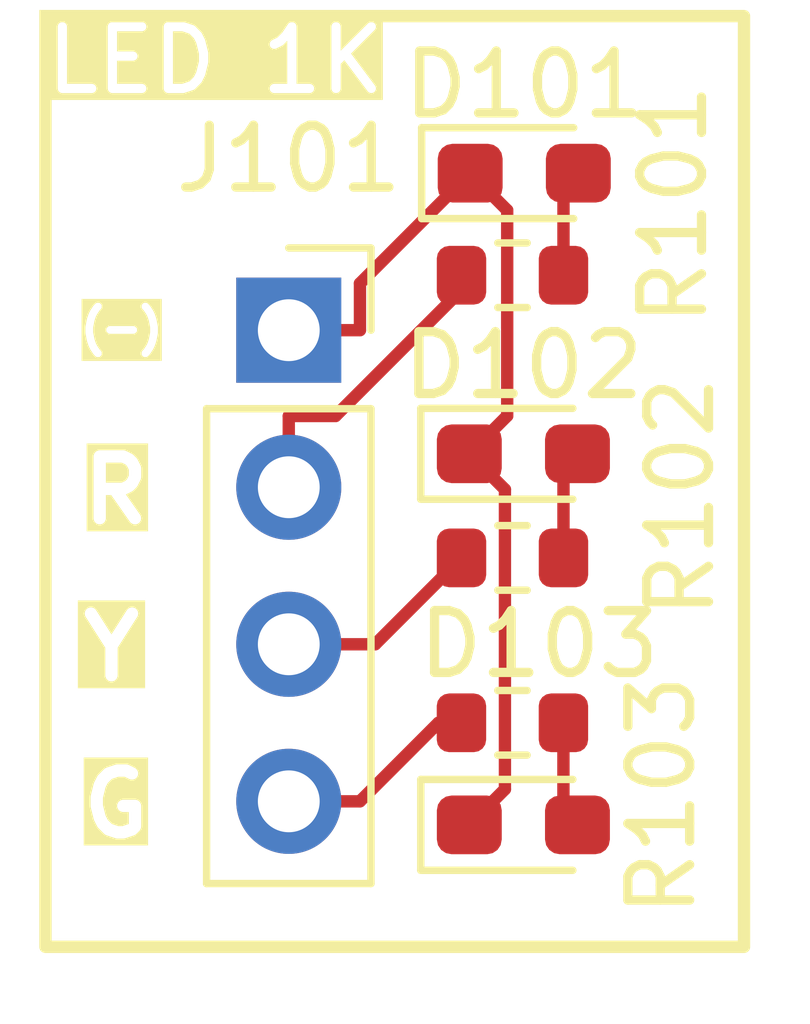
<source format=kicad_pcb>
(kicad_pcb (version 20240108) (generator "pcbnew") (generator_version "8.0")
  (layers (0 "F.Cu" signal) (31 "B.Cu" signal) (34 "B.Paste" user) (35 "F.Paste" user) (36 "B.SilkS" user "B.Silkscreen") (37 "F.SilkS" user "F.Silkscreen") (38 "B.Mask" user) (39 "F.Mask" user) (44 "Edge.Cuts" user))
  (net 0 "")
  (net 1 "Net-(D101-A)")
  (net 2 "/GND")
  (net 3 "Net-(D102-A)")
  (net 4 "Net-(D103-A)")
  (net 5 "/LED1")
  (net 6 "/LED2")
  (net 7 "/LED3")
  (footprint "Resistor_SMD:R_0603_1608Metric" (layer "F.Cu") (at 127.445 85.979)
    (property "Reference" "R102" (at 2.717 -0.983 90) (layer "F.SilkS"))
    (property "Value" "1k")
    (fp_line (start -0.237258 -0.5225) (end 0.237258 -0.5225) (stroke (width 0.12)) (layer "F.SilkS"))
    (fp_line (start -0.237258 0.5225) (end 0.237258 0.5225) (stroke (width 0.12)) (layer "F.SilkS"))
    (pad "1" smd roundrect (at -0.825 0) (size 0.8 0.95) (layers "F.Cu" "F.Paste" "F.Mask") (net 6 "/LED2"))
    (pad "2" smd roundrect (at 0.825 0) (size 0.8 0.95) (layers "F.Cu" "F.Paste" "F.Mask") (net 3 "Net-(D102-A)"))
  )
  (footprint "Resistor_SMD:R_0603_1608Metric" (layer "F.Cu") (at 127.444 88.646)
    (property "Reference" "R103" (at 2.413 1.176 90) (layer "F.SilkS"))
    (property "Value" "1k")
    (fp_line (start -0.237258 -0.5225) (end 0.237258 -0.5225) (stroke (width 0.12)) (layer "F.SilkS"))
    (fp_line (start -0.237258 0.5225) (end 0.237258 0.5225) (stroke (width 0.12)) (layer "F.SilkS"))
    (pad "1" smd roundrect (at -0.825 0) (size 0.8 0.95) (layers "F.Cu" "F.Paste" "F.Mask") (net 7 "/LED3"))
    (pad "2" smd roundrect (at 0.825 0) (size 0.8 0.95) (layers "F.Cu" "F.Paste" "F.Mask") (net 4 "Net-(D103-A)"))
  )
  (footprint "Connector_PinSocket_2.54mm:PinSocket_1x04_P2.54mm_Vertical" (layer "F.Cu") (at 123.825 82.296)
    (property "Reference" "J101" (at 0 -2.77 0) (layer "F.SilkS"))
    (property "Value" "Conn_01x04")
    (fp_line (start -1.33 1.27) (end -1.33 8.95) (stroke (width 0.12)) (layer "F.SilkS"))
    (fp_line (start -1.33 1.27) (end 1.33 1.27) (stroke (width 0.12)) (layer "F.SilkS"))
    (fp_line (start -1.33 8.95) (end 1.33 8.95) (stroke (width 0.12)) (layer "F.SilkS"))
    (fp_line (start 0 -1.33) (end 1.33 -1.33) (stroke (width 0.12)) (layer "F.SilkS"))
    (fp_line (start 1.33 -1.33) (end 1.33 0) (stroke (width 0.12)) (layer "F.SilkS"))
    (fp_line (start 1.33 1.27) (end 1.33 8.95) (stroke (width 0.12)) (layer "F.SilkS"))
    (pad "1" thru_hole rect (at 0 0) (size 1.7 1.7) (drill 1) (layers "*.Cu" "*.Mask") (net 2 "/GND"))
    (pad "2" thru_hole oval (at 0 2.54) (size 1.7 1.7) (drill 1) (layers "*.Cu" "*.Mask") (net 5 "/LED1"))
    (pad "3" thru_hole oval (at 0 5.08) (size 1.7 1.7) (drill 1) (layers "*.Cu" "*.Mask") (net 6 "/LED2"))
    (pad "4" thru_hole oval (at 0 7.62) (size 1.7 1.7) (drill 1) (layers "*.Cu" "*.Mask") (net 7 "/LED3"))
  )
  (footprint "LED_SMD:LED_0603_1608Metric_Pad1.05x0.95mm_HandSolder" (layer "F.Cu") (at 127.621 84.295)
    (property "Reference" "D102" (at 0 -1.43 0) (layer "F.SilkS"))
    (property "Value" "LED_YELLOW")
    (fp_line (start -1.66 -0.735) (end -1.66 0.735) (stroke (width 0.12)) (layer "F.SilkS"))
    (fp_line (start -1.66 0.735) (end 0.8 0.735) (stroke (width 0.12)) (layer "F.SilkS"))
    (fp_line (start 0.8 -0.735) (end -1.66 -0.735) (stroke (width 0.12)) (layer "F.SilkS"))
    (pad "1" smd roundrect (at -0.875 0) (size 1.05 0.95) (layers "F.Cu" "F.Paste" "F.Mask") (net 2 "/GND"))
    (pad "2" smd roundrect (at 0.875 0) (size 1.05 0.95) (layers "F.Cu" "F.Paste" "F.Mask") (net 3 "Net-(D102-A)"))
  )
  (footprint "LED_SMD:LED_0603_1608Metric_Pad1.05x0.95mm_HandSolder" (layer "F.Cu") (at 127.621 90.297)
    (property "Reference" "D103" (at 0.254 -2.921 0) (layer "F.SilkS"))
    (property "Value" "LED_GREEN")
    (fp_line (start -1.66 -0.735) (end -1.66 0.735) (stroke (width 0.12)) (layer "F.SilkS"))
    (fp_line (start -1.66 0.735) (end 0.8 0.735) (stroke (width 0.12)) (layer "F.SilkS"))
    (fp_line (start 0.8 -0.735) (end -1.66 -0.735) (stroke (width 0.12)) (layer "F.SilkS"))
    (pad "1" smd roundrect (at -0.875 0) (size 1.05 0.95) (layers "F.Cu" "F.Paste" "F.Mask") (net 2 "/GND"))
    (pad "2" smd roundrect (at 0.875 0) (size 1.05 0.95) (layers "F.Cu" "F.Paste" "F.Mask") (net 4 "Net-(D103-A)"))
  )
  (footprint "LED_SMD:LED_0603_1608Metric_Pad1.05x0.95mm_HandSolder" (layer "F.Cu") (at 127.635 79.756)
    (property "Reference" "D101" (at 0 -1.43 0) (layer "F.SilkS"))
    (property "Value" "LED_RED")
    (fp_line (start -1.66 -0.735) (end -1.66 0.735) (stroke (width 0.12)) (layer "F.SilkS"))
    (fp_line (start -1.66 0.735) (end 0.8 0.735) (stroke (width 0.12)) (layer "F.SilkS"))
    (fp_line (start 0.8 -0.735) (end -1.66 -0.735) (stroke (width 0.12)) (layer "F.SilkS"))
    (pad "1" smd roundrect (at -0.875 0) (size 1.05 0.95) (layers "F.Cu" "F.Paste" "F.Mask") (net 2 "/GND"))
    (pad "2" smd roundrect (at 0.875 0) (size 1.05 0.95) (layers "F.Cu" "F.Paste" "F.Mask") (net 1 "Net-(D101-A)"))
  )
  (footprint "Resistor_SMD:R_0603_1608Metric" (layer "F.Cu") (at 127.445 81.407)
    (property "Reference" "R101" (at 2.603 -1.143 90) (layer "F.SilkS"))
    (property "Value" "1k")
    (fp_line (start -0.237258 -0.5225) (end 0.237258 -0.5225) (stroke (width 0.12)) (layer "F.SilkS"))
    (fp_line (start -0.237258 0.5225) (end 0.237258 0.5225) (stroke (width 0.12)) (layer "F.SilkS"))
    (pad "1" smd roundrect (at -0.825 0) (size 0.8 0.95) (layers "F.Cu" "F.Paste" "F.Mask") (net 5 "/LED1"))
    (pad "2" smd roundrect (at 0.825 0) (size 0.8 0.95) (layers "F.Cu" "F.Paste" "F.Mask") (net 1 "Net-(D101-A)"))
  )
  (gr_rect (start 119.888 77.216) (end 131.191 92.2695) (stroke (width 0.2)) (fill none) (layer "F.SilkS"))
  (gr_text "(-)" (at 120.396 82.55 0) (layer "F.SilkS" knockout) (effects (font (size 0.5 0.5) (thickness 0.125) (bold yes)) (justify left bottom)))
  (gr_text "R" (at 120.396 85.471 0) (layer "F.SilkS" knockout) (effects (font (size 1 1) (thickness 0.2) (bold yes)) (justify left bottom)))
  (gr_text "Y" (at 120.396 88.011 0) (layer "F.SilkS" knockout) (effects (font (size 1 1) (thickness 0.2) (bold yes)) (justify left bottom)))
  (gr_text "LED 1K" (at 119.8245 78.5165 0) (layer "F.SilkS" knockout) (effects (font (size 1 1)) (justify left bottom)))
  (gr_text "G" (at 120.396 90.551 0) (layer "F.SilkS" knockout) (effects (font (size 1 1) (thickness 0.2) (bold yes)) (justify left bottom)))
  (segment (start 128.27 79.996) (end 128.27 81.407) (width 0.2) (layer "F.Cu") (net 1))
  (segment (start 128.51 79.756) (end 128.27 79.996) (width 0.2) (layer "F.Cu") (net 1))
  (segment (start 127.3594 83.6816) (end 126.746 84.295) (width 0.2) (layer "F.Cu") (net 2))
  (segment (start 124.9767 82.296) (end 124.9767 81.5393) (width 0.2) (layer "F.Cu") (net 2))
  (segment (start 126.76 79.756) (end 127.3594 80.3554) (width 0.2) (layer "F.Cu") (net 2))
  (segment (start 124.9767 81.5393) (end 126.76 79.756) (width 0.2) (layer "F.Cu") (net 2))
  (segment (start 127.3594 80.3554) (end 127.3594 83.6816) (width 0.2) (layer "F.Cu") (net 2))
  (segment (start 123.825 82.296) (end 124.9767 82.296) (width 0.2) (layer "F.Cu") (net 2))
  (segment (start 127.3225 89.7205) (end 127.3225 84.8715) (width 0.2) (layer "F.Cu") (net 2))
  (segment (start 127.3225 84.8715) (end 126.746 84.295) (width 0.2) (layer "F.Cu") (net 2))
  (segment (start 126.746 90.297) (end 127.3225 89.7205) (width 0.2) (layer "F.Cu") (net 2))
  (segment (start 128.27 84.521) (end 128.27 85.979) (width 0.2) (layer "F.Cu") (net 3))
  (segment (start 128.496 84.295) (end 128.27 84.521) (width 0.2) (layer "F.Cu") (net 3))
  (segment (start 128.269 90.07) (end 128.269 88.646) (width 0.2) (layer "F.Cu") (net 4))
  (segment (start 128.496 90.297) (end 128.269 90.07) (width 0.2) (layer "F.Cu") (net 4))
  (segment (start 123.825 83.6843) (end 124.5805 83.6843) (width 0.2) (layer "F.Cu") (net 5))
  (segment (start 124.5805 83.6843) (end 126.62 81.6448) (width 0.2) (layer "F.Cu") (net 5))
  (segment (start 126.62 81.6448) (end 126.62 81.407) (width 0.2) (layer "F.Cu") (net 5))
  (segment (start 123.825 84.836) (end 123.825 83.6843) (width 0.2) (layer "F.Cu") (net 5))
  (segment (start 125.223 87.376) (end 126.62 85.979) (width 0.2) (layer "F.Cu") (net 6))
  (segment (start 123.825 87.376) (end 125.223 87.376) (width 0.2) (layer "F.Cu") (net 6))
  (segment (start 124.9767 89.916) (end 126.2467 88.646) (width 0.2) (layer "F.Cu") (net 7))
  (segment (start 123.825 89.916) (end 124.9767 89.916) (width 0.2) (layer "F.Cu") (net 7))
  (segment (start 126.2467 88.646) (end 126.619 88.646) (width 0.2) (layer "F.Cu") (net 7))
)
</source>
